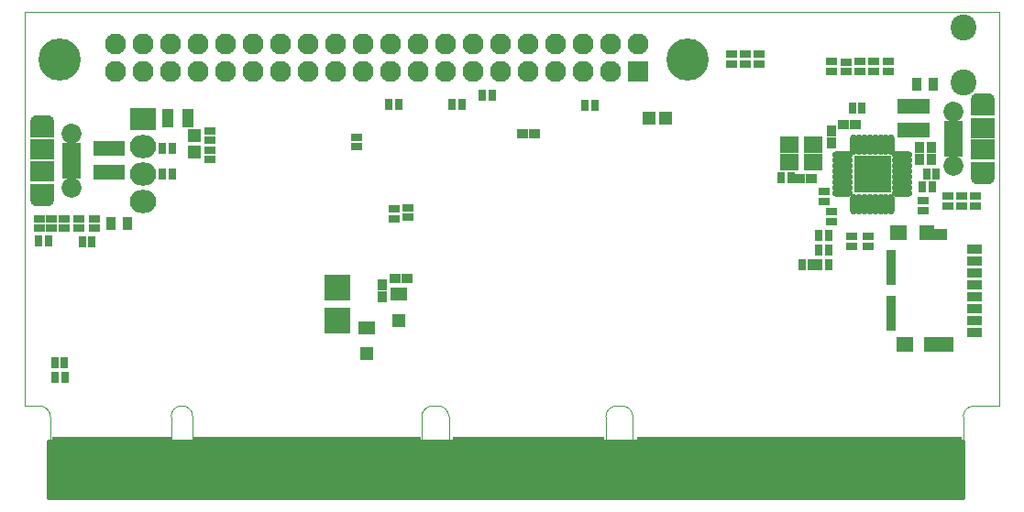
<source format=gbr>
G04 #@! TF.FileFunction,Soldermask,Top*
%FSLAX46Y46*%
G04 Gerber Fmt 4.6, Leading zero omitted, Abs format (unit mm)*
G04 Created by KiCad (PCBNEW 4.0.7) date 09/09/17 19:34:41*
%MOMM*%
%LPD*%
G01*
G04 APERTURE LIST*
%ADD10C,0.100000*%
%ADD11R,2.400000X2.400000*%
%ADD12R,1.000000X0.800000*%
%ADD13R,0.800000X1.000000*%
%ADD14R,1.400000X0.900000*%
%ADD15R,2.790000X1.450000*%
%ADD16R,1.600000X1.450000*%
%ADD17R,1.480000X1.450000*%
%ADD18R,1.180000X1.120000*%
%ADD19R,0.950000X3.310000*%
%ADD20R,2.432000X2.127200*%
%ADD21O,2.432000X2.127200*%
%ADD22R,0.900000X1.000000*%
%ADD23R,1.000000X0.900000*%
%ADD24R,1.150000X1.200000*%
%ADD25R,0.900000X1.300000*%
%ADD26R,1.100000X1.700000*%
%ADD27R,1.900000X1.900000*%
%ADD28O,1.900000X0.650000*%
%ADD29O,0.650000X1.900000*%
%ADD30R,1.800000X1.550000*%
%ADD31C,2.400000*%
%ADD32R,1.200000X1.150000*%
%ADD33R,1.300000X1.300000*%
%ADD34R,1.500000X1.300000*%
%ADD35O,2.300000X1.400000*%
%ADD36R,2.300000X1.900000*%
%ADD37C,1.850000*%
%ADD38R,2.300000X1.300000*%
%ADD39R,1.750000X0.800000*%
%ADD40R,1.050000X1.460000*%
%ADD41O,1.950000X1.950000*%
%ADD42C,3.900000*%
%ADD43R,1.950000X1.950000*%
%ADD44R,1.100000X4.250000*%
%ADD45C,0.254000*%
G04 APERTURE END LIST*
D10*
X86767232Y-135759051D02*
X86767232Y-135359051D01*
X97917232Y-135359051D02*
X97917232Y-135759051D01*
X96917232Y-136759051D02*
X87767232Y-136759051D01*
X96917232Y-136759051D02*
X97917232Y-135759051D01*
X86767232Y-135759051D02*
X87767232Y-136759051D01*
X140567232Y-135759051D02*
X140567232Y-135359051D01*
X140567232Y-135759051D02*
X141567232Y-136759051D01*
X170067232Y-136759051D02*
X141567232Y-136759051D01*
X170067232Y-136759051D02*
X171067232Y-135759051D01*
X171067232Y-135359051D02*
X171067232Y-135759051D01*
X174417232Y-91959051D02*
X174417232Y-128359051D01*
X84417232Y-128359051D02*
X84417232Y-91959051D01*
X84417232Y-91959051D02*
X174417232Y-91959051D01*
X121067232Y-129359051D02*
X121067232Y-135359051D01*
X121067232Y-129359051D02*
G75*
G02X122067232Y-128359051I1000000J0D01*
G01*
X122567232Y-128359051D02*
X122067232Y-128359051D01*
X122567232Y-128359051D02*
G75*
G02X123567232Y-129359051I0J-1000000D01*
G01*
X123567232Y-135359051D02*
X123567232Y-129359051D01*
X138067232Y-129359051D02*
X138067232Y-135359051D01*
X138067232Y-129359051D02*
G75*
G02X139067232Y-128359051I1000000J0D01*
G01*
X139567232Y-128359051D02*
X139067232Y-128359051D01*
X139567232Y-128359051D02*
G75*
G02X140567232Y-129359051I0J-1000000D01*
G01*
X140567232Y-135359051D02*
X140567232Y-129359051D01*
X171067232Y-129359051D02*
X171067232Y-135359051D01*
X171067232Y-129359051D02*
G75*
G02X172067232Y-128359051I1000000J0D01*
G01*
X172067232Y-128359051D02*
X174417232Y-128359051D01*
X85767232Y-128359051D02*
X84417232Y-128359051D01*
X85767232Y-128359051D02*
G75*
G02X86767232Y-129359051I0J-1000000D01*
G01*
X86767232Y-135359051D02*
X86767232Y-129359051D01*
X97917232Y-129359051D02*
X97917232Y-135359051D01*
X97917232Y-129359051D02*
G75*
G02X99917232Y-129359051I1000000J0D01*
G01*
X99917232Y-135359051D02*
X99917232Y-129359051D01*
X137067232Y-136759051D02*
X124567232Y-136759051D01*
X137067232Y-136759051D02*
X138067232Y-135759051D01*
X138067232Y-135359051D02*
X138067232Y-135759051D01*
X123567232Y-135759051D02*
X123567232Y-135359051D01*
X123567232Y-135759051D02*
X124567232Y-136759051D01*
X120067232Y-136759051D02*
X100917232Y-136759051D01*
X120067232Y-136759051D02*
X121067232Y-135759051D01*
X121067232Y-135359051D02*
X121067232Y-135759051D01*
X99917232Y-135759051D02*
X99917232Y-135359051D01*
X99917232Y-135759051D02*
X100917232Y-136759051D01*
D11*
X113300000Y-117390000D03*
X113300000Y-120490000D03*
D12*
X150950000Y-95830000D03*
X150950000Y-96730000D03*
D13*
X97991000Y-104521000D03*
X97091000Y-104521000D03*
D14*
X172127800Y-121602800D03*
X172127800Y-120502800D03*
X172127800Y-119402800D03*
X172127800Y-118302800D03*
X172127800Y-117202800D03*
X172127800Y-116102800D03*
X172127800Y-115002800D03*
X172127800Y-113902800D03*
D15*
X168822800Y-122652800D03*
D16*
X165637800Y-122652800D03*
X165067800Y-112327800D03*
D17*
X167677800Y-112327800D03*
D18*
X168947800Y-112542800D03*
D19*
X164392800Y-119747800D03*
X164392800Y-115557800D03*
D20*
X95331200Y-101854000D03*
D21*
X95331200Y-104394000D03*
X95331200Y-106934000D03*
X95331200Y-109474000D03*
D12*
X160780000Y-112690000D03*
X160780000Y-113590000D03*
D22*
X158877000Y-104055000D03*
X158877000Y-102955000D03*
D23*
X155914000Y-107315000D03*
X157014000Y-107315000D03*
X161078000Y-102362000D03*
X159978000Y-102362000D03*
D24*
X100076000Y-103390000D03*
X100076000Y-104890000D03*
D22*
X167005000Y-105579000D03*
X167005000Y-104479000D03*
D25*
X168300000Y-98650000D03*
X166800000Y-98650000D03*
X92341000Y-111506000D03*
X93841000Y-111506000D03*
D26*
X99502000Y-101727000D03*
X97602000Y-101727000D03*
D13*
X168217000Y-108077000D03*
X167317000Y-108077000D03*
X167698000Y-106934000D03*
X168598000Y-106934000D03*
X127570000Y-99650000D03*
X126670000Y-99650000D03*
X123883000Y-100457000D03*
X124783000Y-100457000D03*
X97091000Y-106934000D03*
X97991000Y-106934000D03*
D12*
X101473000Y-102928000D03*
X101473000Y-103828000D03*
X101473000Y-104706000D03*
X101473000Y-105606000D03*
D13*
X161714600Y-100838000D03*
X160814600Y-100838000D03*
X118941000Y-100457000D03*
X118041000Y-100457000D03*
D12*
X158877000Y-110421000D03*
X158877000Y-111321000D03*
D13*
X158640000Y-112630000D03*
X157740000Y-112630000D03*
X158630000Y-113930000D03*
X157730000Y-113930000D03*
X158640000Y-115290000D03*
X157740000Y-115290000D03*
D12*
X158242000Y-108541400D03*
X158242000Y-109441400D03*
X115062000Y-103512200D03*
X115062000Y-104412200D03*
D27*
X161937000Y-107684000D03*
X161937000Y-106184000D03*
X163437000Y-106184000D03*
D28*
X165437000Y-108684000D03*
X165437000Y-108184000D03*
X165437000Y-107684000D03*
X165437000Y-107184000D03*
X165437000Y-106684000D03*
X165437000Y-106184000D03*
X165437000Y-105684000D03*
X165437000Y-105184000D03*
D29*
X164437000Y-104184000D03*
X163937000Y-104184000D03*
X163437000Y-104184000D03*
X162937000Y-104184000D03*
X162437000Y-104184000D03*
X161937000Y-104184000D03*
X161437000Y-104184000D03*
X160937000Y-104184000D03*
D28*
X159937000Y-105184000D03*
X159937000Y-105684000D03*
X159937000Y-106184000D03*
X159937000Y-106684000D03*
X159937000Y-107184000D03*
X159937000Y-107684000D03*
X159937000Y-108184000D03*
X159937000Y-108684000D03*
D29*
X160937000Y-109684000D03*
X161437000Y-109684000D03*
X161937000Y-109684000D03*
X162437000Y-109684000D03*
X162937000Y-109684000D03*
X163437000Y-109684000D03*
X163937000Y-109684000D03*
X164437000Y-109684000D03*
D27*
X163437000Y-107684000D03*
D30*
X154983000Y-105829000D03*
X154983000Y-104229000D03*
X157183000Y-104229000D03*
X157183000Y-105829000D03*
D31*
X171074080Y-93411040D03*
X171074080Y-98411040D03*
D22*
X168148000Y-105579000D03*
X168148000Y-104479000D03*
D12*
X90810000Y-111956000D03*
X90810000Y-111056000D03*
X89413000Y-111956000D03*
X89413000Y-111056000D03*
D13*
X86611800Y-113106200D03*
X85711800Y-113106200D03*
D12*
X162260000Y-112710000D03*
X162260000Y-113610000D03*
X167390000Y-110280000D03*
X167390000Y-109380000D03*
D22*
X117440000Y-118230000D03*
X117440000Y-117130000D03*
D32*
X142099600Y-101727000D03*
X143599600Y-101727000D03*
D23*
X131440000Y-103180000D03*
X130340000Y-103180000D03*
D33*
X116000000Y-123520000D03*
D34*
X116000000Y-121120000D03*
D33*
X118973600Y-120453000D03*
D34*
X118973600Y-118053000D03*
D12*
X149700000Y-95830000D03*
X149700000Y-96730000D03*
D13*
X87180000Y-124333000D03*
X88080000Y-124333000D03*
X90594600Y-113157000D03*
X89694600Y-113157000D03*
X137051200Y-100558600D03*
X136151200Y-100558600D03*
D12*
X118491000Y-110167000D03*
X118491000Y-111067000D03*
X119761000Y-110040000D03*
X119761000Y-110940000D03*
D23*
X118576000Y-116611400D03*
X119676000Y-116611400D03*
D35*
X85984000Y-109164000D03*
D36*
X85984000Y-106664000D03*
D37*
X88684000Y-108164000D03*
D38*
X85984000Y-108414000D03*
D39*
X88684000Y-104364000D03*
X88684000Y-105014000D03*
X88684000Y-105664000D03*
X88684000Y-106314000D03*
X88684000Y-106964000D03*
D37*
X88684000Y-103164000D03*
D35*
X85984000Y-102164000D03*
D36*
X85984000Y-104664000D03*
D38*
X85984000Y-102914000D03*
D35*
X172874940Y-100157400D03*
D36*
X172874940Y-102657400D03*
D37*
X170174940Y-101157400D03*
D38*
X172874940Y-100907400D03*
D39*
X170174940Y-104957400D03*
X170174940Y-104307400D03*
X170174940Y-103657400D03*
X170174940Y-103007400D03*
X170174940Y-102357400D03*
D37*
X170174940Y-106157400D03*
D35*
X172874940Y-107157400D03*
D36*
X172874940Y-104657400D03*
D38*
X172874940Y-106407400D03*
D40*
X167440000Y-100620000D03*
X166490000Y-100620000D03*
X165540000Y-100620000D03*
X165540000Y-102820000D03*
X167440000Y-102820000D03*
X166490000Y-102820000D03*
X91257000Y-106764000D03*
X92207000Y-106764000D03*
X93157000Y-106764000D03*
X93157000Y-104564000D03*
X91257000Y-104564000D03*
X92207000Y-104564000D03*
D12*
X152200000Y-95830000D03*
X152200000Y-96730000D03*
D13*
X156180000Y-115340000D03*
X157080000Y-115340000D03*
X154260000Y-107300000D03*
X155160000Y-107300000D03*
D12*
X164120000Y-96540000D03*
X164120000Y-97440000D03*
X160230000Y-96550000D03*
X160230000Y-97450000D03*
X161560000Y-96540000D03*
X161560000Y-97440000D03*
X162840000Y-96540000D03*
X162840000Y-97440000D03*
X158870000Y-96540000D03*
X158870000Y-97440000D03*
D41*
X92801440Y-94861380D03*
X92801440Y-97401380D03*
D42*
X87631440Y-96331380D03*
D43*
X141061440Y-97401380D03*
D41*
X141061440Y-94861380D03*
X138521440Y-97401380D03*
X138521440Y-94861380D03*
X135981440Y-97401380D03*
X135981440Y-94861380D03*
X133441440Y-97401380D03*
X133441440Y-94861380D03*
X130901440Y-97401380D03*
X130901440Y-94861380D03*
X128361440Y-97401380D03*
X128361440Y-94861380D03*
X125821440Y-97401380D03*
X125821440Y-94861380D03*
X123281440Y-97401380D03*
X123281440Y-94861380D03*
X120741440Y-97401380D03*
X120741440Y-94861380D03*
X118201440Y-97401380D03*
X118201440Y-94861380D03*
X115661440Y-97401380D03*
X115661440Y-94861380D03*
X113121440Y-97401380D03*
X113121440Y-94861380D03*
X110581440Y-97401380D03*
X110581440Y-94861380D03*
D42*
X145631440Y-96331380D03*
D41*
X108041440Y-97401380D03*
X105501440Y-97401380D03*
X102961440Y-97401380D03*
X100421440Y-97401380D03*
X97881440Y-97401380D03*
X95341440Y-97401380D03*
X108041440Y-94861380D03*
X105501440Y-94861380D03*
X102961440Y-94861380D03*
X100421440Y-94861380D03*
X97881440Y-94861380D03*
X95341440Y-94861380D03*
D44*
X87431800Y-133360400D03*
X88431800Y-133360400D03*
X89431800Y-133360400D03*
X90431800Y-133360400D03*
X91431800Y-133360400D03*
X92431800Y-133360400D03*
X93431800Y-133360400D03*
X94431800Y-133360400D03*
X95431800Y-133360400D03*
X96431800Y-133360400D03*
X97431800Y-133360400D03*
X100431800Y-133360400D03*
X101431800Y-133360400D03*
X102431800Y-133360400D03*
X103431800Y-133360400D03*
X104431800Y-133360400D03*
X105431800Y-133360400D03*
X106431800Y-133360400D03*
X107431800Y-133360400D03*
X108431800Y-133360400D03*
X109431800Y-133360400D03*
X110431800Y-133360400D03*
X111431800Y-133360400D03*
X112431800Y-133360400D03*
X113431800Y-133360400D03*
X114431800Y-133360400D03*
X115431800Y-133360400D03*
X116431800Y-133360400D03*
X117431800Y-133360400D03*
X118431800Y-133360400D03*
X119431800Y-133360400D03*
X120431800Y-133360400D03*
X124431800Y-133360400D03*
X125431800Y-133360400D03*
X126431800Y-133360400D03*
X127431800Y-133360400D03*
X128431800Y-133360400D03*
X129431800Y-133360400D03*
X130431800Y-133360400D03*
X131431800Y-133360400D03*
X132431800Y-133360400D03*
X133431800Y-133360400D03*
X134431800Y-133360400D03*
X135431800Y-133360400D03*
X136431800Y-133360400D03*
X137431800Y-133360400D03*
X141431800Y-133360400D03*
X142431800Y-133360400D03*
X143431800Y-133360400D03*
X144431800Y-133360400D03*
X145431800Y-133360400D03*
X146431800Y-133360400D03*
X147431800Y-133360400D03*
X148431800Y-133360400D03*
X149431800Y-133360400D03*
X150431800Y-133360400D03*
X151431800Y-133360400D03*
X152431800Y-133360400D03*
X153431800Y-133360400D03*
X154431800Y-133360400D03*
X155431800Y-133360400D03*
X156431800Y-133360400D03*
X157431800Y-133360400D03*
X158431800Y-133360400D03*
X159431800Y-133360400D03*
X160431800Y-133360400D03*
X161431800Y-133360400D03*
X162431800Y-133360400D03*
X163431800Y-133360400D03*
X164431800Y-133360400D03*
X165431800Y-133360400D03*
X166431800Y-133360400D03*
X167431800Y-133360400D03*
X168431800Y-133360400D03*
X169431800Y-133360400D03*
X170431800Y-133360400D03*
D13*
X87210400Y-125704600D03*
X88110400Y-125704600D03*
D12*
X86873000Y-111956000D03*
X86873000Y-111056000D03*
X88016000Y-111956000D03*
X88016000Y-111056000D03*
X85730000Y-111956000D03*
X85730000Y-111056000D03*
X172220000Y-109890000D03*
X172220000Y-108990000D03*
X170950000Y-109880000D03*
X170950000Y-108980000D03*
X169670000Y-109870000D03*
X169670000Y-108970000D03*
D45*
G36*
X171069000Y-136906000D02*
X86487000Y-136906000D01*
X86487000Y-131572000D01*
X171069000Y-131572000D01*
X171069000Y-136906000D01*
X171069000Y-136906000D01*
G37*
X171069000Y-136906000D02*
X86487000Y-136906000D01*
X86487000Y-131572000D01*
X171069000Y-131572000D01*
X171069000Y-136906000D01*
M02*

</source>
